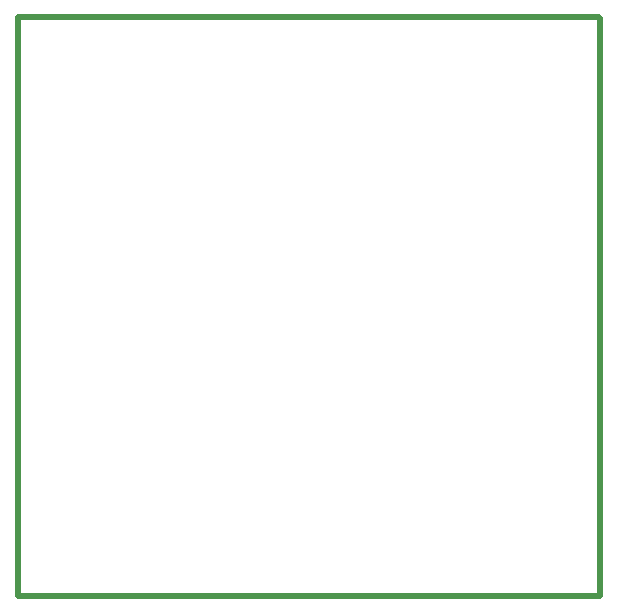
<source format=gbr>
G04 (created by PCBNEW-RS274X (2012-01-19 BZR 3256)-stable) date 15/03/2012 11:31:39*
G01*
G70*
G90*
%MOIN*%
G04 Gerber Fmt 3.4, Leading zero omitted, Abs format*
%FSLAX34Y34*%
G04 APERTURE LIST*
%ADD10C,0.006000*%
%ADD11C,0.019700*%
G04 APERTURE END LIST*
G54D10*
G54D11*
X16567Y-30819D02*
X16567Y-11535D01*
X35968Y-30815D02*
X16575Y-30815D01*
X35968Y-11535D02*
X35968Y-30815D01*
X16563Y-11512D02*
X35956Y-11512D01*
M02*

</source>
